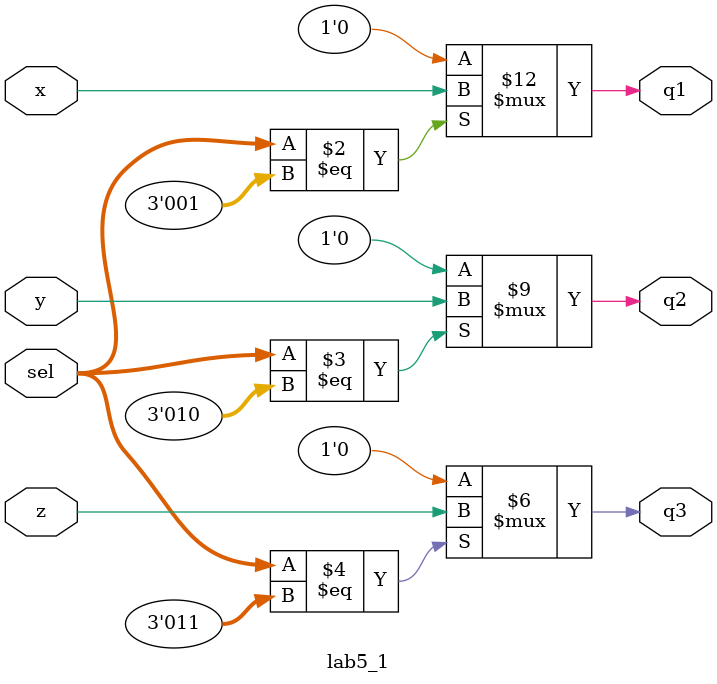
<source format=sv>
module lab5_1(sel, x, y, z, q1, q2, q3);
input [2:0] sel;
input x, y, z;
output reg q1, q2, q3;


always @ *
begin
	q1 = 1'b0;
	q2 = 1'b0;
	q3 = 1'b0;
	
	//case (sel) 
	if(sel == 3'h1) 
			q1 = x;
	if(sel == 3'h2)
			q2 = y;
	if(sel == 3'h3)
			q3 = z;	
end
endmodule 
</source>
